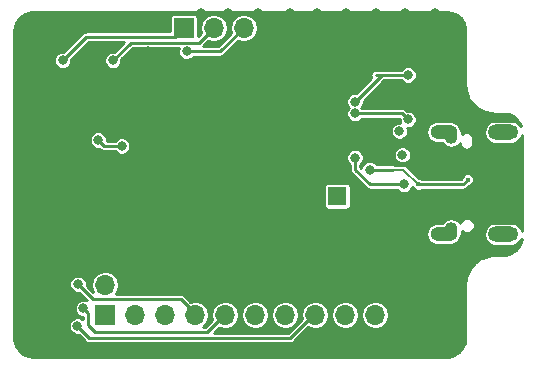
<source format=gbl>
G04 #@! TF.GenerationSoftware,KiCad,Pcbnew,(5.0.0)*
G04 #@! TF.CreationDate,2019-03-22T21:06:18+01:00*
G04 #@! TF.ProjectId,converterboard,636F6E766572746572626F6172642E6B,rev?*
G04 #@! TF.SameCoordinates,Original*
G04 #@! TF.FileFunction,Copper,L2,Bot,Signal*
G04 #@! TF.FilePolarity,Positive*
%FSLAX46Y46*%
G04 Gerber Fmt 4.6, Leading zero omitted, Abs format (unit mm)*
G04 Created by KiCad (PCBNEW (5.0.0)) date 03/22/19 21:06:18*
%MOMM*%
%LPD*%
G01*
G04 APERTURE LIST*
G04 #@! TA.AperFunction,WasherPad*
%ADD10O,2.300000X1.200000*%
G04 #@! TD*
G04 #@! TA.AperFunction,WasherPad*
%ADD11O,1.100000X1.350000*%
G04 #@! TD*
G04 #@! TA.AperFunction,WasherPad*
%ADD12O,2.600000X1.300000*%
G04 #@! TD*
G04 #@! TA.AperFunction,ComponentPad*
%ADD13R,1.700000X1.700000*%
G04 #@! TD*
G04 #@! TA.AperFunction,ComponentPad*
%ADD14O,1.700000X1.700000*%
G04 #@! TD*
G04 #@! TA.AperFunction,ComponentPad*
%ADD15R,1.600000X1.600000*%
G04 #@! TD*
G04 #@! TA.AperFunction,ComponentPad*
%ADD16C,1.600000*%
G04 #@! TD*
G04 #@! TA.AperFunction,ViaPad*
%ADD17C,0.800000*%
G04 #@! TD*
G04 #@! TA.AperFunction,ViaPad*
%ADD18C,0.400000*%
G04 #@! TD*
G04 #@! TA.AperFunction,Conductor*
%ADD19C,0.250000*%
G04 #@! TD*
G04 #@! TA.AperFunction,Conductor*
%ADD20C,0.200000*%
G04 #@! TD*
G04 #@! TA.AperFunction,Conductor*
%ADD21C,0.254000*%
G04 #@! TD*
G04 APERTURE END LIST*
D10*
G04 #@! TO.P,J4,*
G04 #@! TO.N,*
X190750000Y-109580000D03*
D11*
X191400000Y-109900000D03*
X191400000Y-117900000D03*
D10*
X190750000Y-118220000D03*
D12*
X195800000Y-118220000D03*
X195800000Y-109580000D03*
G04 #@! TD*
D13*
G04 #@! TO.P,J3,1*
G04 #@! TO.N,VCC*
X168750000Y-100750000D03*
D14*
G04 #@! TO.P,J3,2*
G04 #@! TO.N,/UART_TX*
X171290000Y-100750000D03*
G04 #@! TO.P,J3,3*
G04 #@! TO.N,/UART_RX*
X173830000Y-100750000D03*
G04 #@! TO.P,J3,4*
G04 #@! TO.N,GND*
X176370000Y-100750000D03*
G04 #@! TD*
G04 #@! TO.P,J2,20*
G04 #@! TO.N,GND*
X184960000Y-122510000D03*
G04 #@! TO.P,J2,19*
G04 #@! TO.N,Net-(J2-Pad19)*
X184960000Y-125050000D03*
G04 #@! TO.P,J2,18*
G04 #@! TO.N,GND*
X182420000Y-122510000D03*
G04 #@! TO.P,J2,17*
G04 #@! TO.N,Net-(J2-Pad17)*
X182420000Y-125050000D03*
G04 #@! TO.P,J2,16*
G04 #@! TO.N,GND*
X179880000Y-122510000D03*
G04 #@! TO.P,J2,15*
G04 #@! TO.N,/MCU_RESET*
X179880000Y-125050000D03*
G04 #@! TO.P,J2,14*
G04 #@! TO.N,GND*
X177340000Y-122510000D03*
G04 #@! TO.P,J2,13*
G04 #@! TO.N,Net-(J2-Pad13)*
X177340000Y-125050000D03*
G04 #@! TO.P,J2,12*
G04 #@! TO.N,GND*
X174800000Y-122510000D03*
G04 #@! TO.P,J2,11*
G04 #@! TO.N,Net-(J2-Pad11)*
X174800000Y-125050000D03*
G04 #@! TO.P,J2,10*
G04 #@! TO.N,GND*
X172260000Y-122510000D03*
G04 #@! TO.P,J2,9*
G04 #@! TO.N,/SWCLK*
X172260000Y-125050000D03*
G04 #@! TO.P,J2,8*
G04 #@! TO.N,GND*
X169720000Y-122510000D03*
G04 #@! TO.P,J2,7*
G04 #@! TO.N,/SWDIO*
X169720000Y-125050000D03*
G04 #@! TO.P,J2,6*
G04 #@! TO.N,GND*
X167180000Y-122510000D03*
G04 #@! TO.P,J2,5*
G04 #@! TO.N,Net-(J2-Pad5)*
X167180000Y-125050000D03*
G04 #@! TO.P,J2,4*
G04 #@! TO.N,GND*
X164640000Y-122510000D03*
G04 #@! TO.P,J2,3*
G04 #@! TO.N,Net-(J2-Pad3)*
X164640000Y-125050000D03*
G04 #@! TO.P,J2,2*
G04 #@! TO.N,Net-(J2-Pad2)*
X162100000Y-122510000D03*
D13*
G04 #@! TO.P,J2,1*
G04 #@! TO.N,VCC*
X162100000Y-125050000D03*
G04 #@! TD*
D15*
G04 #@! TO.P,C2,1*
G04 #@! TO.N,+3V3*
X181750000Y-115000000D03*
D16*
G04 #@! TO.P,C2,2*
G04 #@! TO.N,GND*
X181750000Y-117000000D03*
G04 #@! TD*
D17*
G04 #@! TO.N,*
X187000000Y-109500000D03*
X187250000Y-111500000D03*
G04 #@! TO.N,GND*
X167750000Y-108750000D03*
X158750000Y-111750000D03*
X158250000Y-117500000D03*
X177750000Y-117750000D03*
X186250000Y-118000000D03*
X183000000Y-101000000D03*
X160750000Y-109250000D03*
X158000000Y-113750000D03*
X169000000Y-117250000D03*
X167500000Y-118250000D03*
X172750000Y-108250000D03*
X164350542Y-108424777D03*
X191750000Y-127750000D03*
X189000000Y-128000000D03*
X186000000Y-128000000D03*
X183000000Y-128000000D03*
X180000000Y-128000000D03*
X177000000Y-128000000D03*
X174000000Y-128000000D03*
X171000000Y-128000000D03*
X168000000Y-128000000D03*
X165000000Y-128000000D03*
X162000000Y-128000000D03*
X159000000Y-128000000D03*
X156000000Y-128000000D03*
X155000000Y-126000000D03*
X155000000Y-123000000D03*
X154750000Y-120250000D03*
X154750000Y-117250000D03*
X154750000Y-114500000D03*
X154750000Y-112250000D03*
X154750000Y-110000000D03*
X154750000Y-107500000D03*
X154750000Y-105000000D03*
X154750000Y-102500000D03*
X155250000Y-100000000D03*
X159000000Y-99750000D03*
X161500000Y-99750000D03*
X164000000Y-99750000D03*
X166500000Y-99750000D03*
X191750000Y-100000000D03*
X190000000Y-99500000D03*
X187500000Y-99500000D03*
X185000000Y-99500000D03*
X182500000Y-99500000D03*
X180000000Y-99500000D03*
X177750000Y-99500000D03*
X175000000Y-99500000D03*
X172500000Y-99500000D03*
X170250000Y-99500000D03*
X192000000Y-125500000D03*
X192000000Y-123000000D03*
X192000000Y-120500000D03*
X192250000Y-103750000D03*
X188750000Y-120750000D03*
X188750000Y-123000000D03*
X188750000Y-125500000D03*
X186000000Y-120250000D03*
X182750000Y-120250000D03*
X179750000Y-120250000D03*
X176750000Y-120250000D03*
X174250000Y-120250000D03*
X170750000Y-120250000D03*
X167750000Y-120250000D03*
X164500000Y-120250000D03*
X161500000Y-120250000D03*
X159500000Y-119000000D03*
X162750000Y-118750000D03*
X163500000Y-116500000D03*
X165250000Y-115000000D03*
X163500000Y-113750000D03*
X165000000Y-112750000D03*
X172000000Y-117250000D03*
X174750000Y-117250000D03*
X174500000Y-114750000D03*
X171500000Y-114750000D03*
X169250000Y-114500000D03*
X172750000Y-104000000D03*
X176250000Y-104500000D03*
X176000000Y-108250000D03*
X175750000Y-112750000D03*
X172750000Y-112750000D03*
X174000000Y-110500000D03*
X174000000Y-106250000D03*
X176000000Y-110500000D03*
X179500000Y-102250000D03*
X182000000Y-102500000D03*
X183750000Y-104000000D03*
X182250000Y-106250000D03*
X180250000Y-106250000D03*
X180000000Y-104000000D03*
X181750000Y-104250000D03*
X181000000Y-101000000D03*
X178500000Y-101000000D03*
X169250000Y-103750000D03*
X167500000Y-105500000D03*
X165750000Y-104500000D03*
X165750000Y-102750000D03*
X180750000Y-109500000D03*
X180250000Y-111250000D03*
X183500000Y-109750000D03*
X190000000Y-104500000D03*
X161750000Y-102250000D03*
X157250000Y-108250000D03*
X157250000Y-112000000D03*
X157750000Y-124000000D03*
X157500000Y-126000000D03*
X159750000Y-115250000D03*
G04 #@! TO.N,VCC*
X158500000Y-103500000D03*
G04 #@! TO.N,/UART_RX*
X161500000Y-110250000D03*
X163500000Y-110750000D03*
X169000000Y-102750000D03*
G04 #@! TO.N,/UART_TX*
X162750000Y-103500000D03*
G04 #@! TO.N,/D+*
X184500000Y-112750000D03*
D18*
X192800000Y-113600000D03*
X188600000Y-114000000D03*
D17*
G04 #@! TO.N,/D-*
X183249984Y-111750000D03*
X187400000Y-114000000D03*
G04 #@! TO.N,Net-(D2-Pad1)*
X187750000Y-108500000D03*
X183250012Y-108000000D03*
G04 #@! TO.N,Net-(D1-Pad1)*
X183250000Y-107000000D03*
X187750000Y-104750016D03*
G04 #@! TO.N,/SWDIO*
X159795497Y-122454497D03*
G04 #@! TO.N,/SWCLK*
X160250000Y-124500004D03*
G04 #@! TO.N,/MCU_RESET*
X159750000Y-126000000D03*
G04 #@! TD*
D19*
G04 #@! TO.N,VCC*
X158899999Y-103100001D02*
X158500000Y-103500000D01*
X160500000Y-101500000D02*
X158899999Y-103100001D01*
X168750000Y-100750000D02*
X168000000Y-101500000D01*
X168000000Y-101500000D02*
X160500000Y-101500000D01*
G04 #@! TO.N,/UART_RX*
X162000000Y-110750000D02*
X162934315Y-110750000D01*
X161500000Y-110250000D02*
X162000000Y-110750000D01*
X162934315Y-110750000D02*
X163500000Y-110750000D01*
X171830000Y-102750000D02*
X169565685Y-102750000D01*
X169565685Y-102750000D02*
X169000000Y-102750000D01*
X173830000Y-100750000D02*
X171830000Y-102750000D01*
G04 #@! TO.N,/UART_TX*
X170440001Y-101599999D02*
X171290000Y-100750000D01*
X162750000Y-103500000D02*
X164250000Y-102000000D01*
X164250000Y-102000000D02*
X170040000Y-102000000D01*
X170040000Y-102000000D02*
X170440001Y-101599999D01*
G04 #@! TO.N,/D+*
X186500000Y-112750000D02*
X184500000Y-112750000D01*
X188882842Y-114000000D02*
X188600000Y-114000000D01*
X192400000Y-114000000D02*
X188882842Y-114000000D01*
X192800000Y-113600000D02*
X192400000Y-114000000D01*
D20*
X187350000Y-112750000D02*
X188600000Y-114000000D01*
X186500000Y-112750000D02*
X187350000Y-112750000D01*
D19*
G04 #@! TO.N,/D-*
X184500000Y-114000000D02*
X186834315Y-114000000D01*
X186834315Y-114000000D02*
X187400000Y-114000000D01*
X183249984Y-111750000D02*
X183249984Y-112749984D01*
X183249984Y-112749984D02*
X184500000Y-114000000D01*
G04 #@! TO.N,Net-(D2-Pad1)*
X187250000Y-108000000D02*
X183815697Y-108000000D01*
X183815697Y-108000000D02*
X183250012Y-108000000D01*
X187750000Y-108500000D02*
X187250000Y-108000000D01*
G04 #@! TO.N,Net-(D1-Pad1)*
X183250000Y-107000000D02*
X185499984Y-104750016D01*
X187184315Y-104750016D02*
X187750000Y-104750016D01*
X184999984Y-104750016D02*
X187184315Y-104750016D01*
G04 #@! TO.N,/SWDIO*
X169750000Y-125000000D02*
X168500000Y-123750000D01*
X161091000Y-123750000D02*
X160195496Y-122854496D01*
X168500000Y-123750000D02*
X161091000Y-123750000D01*
X160195496Y-122854496D02*
X159795497Y-122454497D01*
G04 #@! TO.N,/SWCLK*
X160649999Y-125885001D02*
X160649999Y-124900003D01*
X160649999Y-124900003D02*
X160250000Y-124500004D01*
X172250000Y-125000000D02*
X170750000Y-126500000D01*
X161264998Y-126500000D02*
X160649999Y-125885001D01*
X170750000Y-126500000D02*
X161264998Y-126500000D01*
G04 #@! TO.N,/MCU_RESET*
X160149999Y-126399999D02*
X159750000Y-126000000D01*
X160750000Y-127000000D02*
X160149999Y-126399999D01*
X177750000Y-127000000D02*
X160750000Y-127000000D01*
X179750000Y-125000000D02*
X177750000Y-127000000D01*
G04 #@! TD*
D21*
G04 #@! TO.N,GND*
G36*
X191447354Y-99470167D02*
X191858746Y-99657217D01*
X192201105Y-99952212D01*
X192446906Y-100331437D01*
X192580373Y-100777721D01*
X192588118Y-100881943D01*
X192573000Y-100957947D01*
X192573001Y-105642054D01*
X192597776Y-105766607D01*
X192610711Y-105785965D01*
X192621073Y-105925410D01*
X192629879Y-105965461D01*
X192635444Y-106006088D01*
X192636823Y-106010802D01*
X192799300Y-106554087D01*
X192822190Y-106603625D01*
X192844463Y-106653417D01*
X192847105Y-106657549D01*
X192847108Y-106657555D01*
X192847112Y-106657559D01*
X193155536Y-107133400D01*
X193191400Y-107174512D01*
X193226762Y-107216062D01*
X193230463Y-107219291D01*
X193660048Y-107589446D01*
X193706038Y-107618858D01*
X193751613Y-107648795D01*
X193756067Y-107650853D01*
X193756070Y-107650855D01*
X193756073Y-107650856D01*
X194272279Y-107885561D01*
X194324677Y-107900883D01*
X194376821Y-107916825D01*
X194381676Y-107917551D01*
X194381678Y-107917551D01*
X194795327Y-107976790D01*
X194833393Y-108002225D01*
X194957946Y-108027000D01*
X195842054Y-108027000D01*
X195885535Y-108018351D01*
X196247354Y-108070167D01*
X196658746Y-108257217D01*
X197001105Y-108552212D01*
X197246906Y-108931437D01*
X197291658Y-109081079D01*
X197154377Y-108875623D01*
X196831206Y-108659687D01*
X196546223Y-108603000D01*
X195053777Y-108603000D01*
X194768794Y-108659687D01*
X194445623Y-108875623D01*
X194229687Y-109198794D01*
X194153860Y-109580000D01*
X194229687Y-109961206D01*
X194445623Y-110284377D01*
X194768794Y-110500313D01*
X195053777Y-110557000D01*
X196546223Y-110557000D01*
X196831206Y-110500313D01*
X197154377Y-110284377D01*
X197370313Y-109961206D01*
X197398001Y-109822010D01*
X197398000Y-117977985D01*
X197370313Y-117838794D01*
X197154377Y-117515623D01*
X196831206Y-117299687D01*
X196546223Y-117243000D01*
X195053777Y-117243000D01*
X194768794Y-117299687D01*
X194445623Y-117515623D01*
X194229687Y-117838794D01*
X194153860Y-118220000D01*
X194229687Y-118601206D01*
X194445623Y-118924377D01*
X194768794Y-119140313D01*
X195053777Y-119197000D01*
X196546223Y-119197000D01*
X196831206Y-119140313D01*
X197154377Y-118924377D01*
X197363657Y-118611167D01*
X197329833Y-118847354D01*
X197142784Y-119258745D01*
X196847788Y-119601105D01*
X196468564Y-119846906D01*
X196022279Y-119980373D01*
X195918058Y-119988118D01*
X195842054Y-119973000D01*
X194957946Y-119973000D01*
X194833393Y-119997775D01*
X194814033Y-120010711D01*
X194674590Y-120021073D01*
X194634539Y-120029879D01*
X194593911Y-120035444D01*
X194589198Y-120036823D01*
X194045913Y-120199300D01*
X193996375Y-120222190D01*
X193946583Y-120244463D01*
X193942451Y-120247105D01*
X193942445Y-120247108D01*
X193942443Y-120247110D01*
X193466599Y-120555537D01*
X193425491Y-120591398D01*
X193383938Y-120626762D01*
X193380709Y-120630463D01*
X193010554Y-121060048D01*
X192981142Y-121106038D01*
X192951205Y-121151613D01*
X192949145Y-121156071D01*
X192714439Y-121672280D01*
X192699120Y-121724666D01*
X192683175Y-121776821D01*
X192682449Y-121781678D01*
X192623210Y-122195328D01*
X192597775Y-122233394D01*
X192573000Y-122357947D01*
X192573001Y-127042054D01*
X192581649Y-127085533D01*
X192529833Y-127447354D01*
X192342784Y-127858745D01*
X192047788Y-128201105D01*
X191668564Y-128446906D01*
X191222279Y-128580373D01*
X190985079Y-128598000D01*
X156028639Y-128598000D01*
X155552646Y-128529833D01*
X155141255Y-128342784D01*
X154798895Y-128047788D01*
X154553094Y-127668564D01*
X154419627Y-127222279D01*
X154402000Y-126985079D01*
X154402000Y-125855391D01*
X159023000Y-125855391D01*
X159023000Y-126144609D01*
X159133679Y-126411813D01*
X159338187Y-126616321D01*
X159605391Y-126727000D01*
X159837775Y-126727000D01*
X159861865Y-126751090D01*
X159861868Y-126751092D01*
X160398907Y-127288131D01*
X160424126Y-127325874D01*
X160573638Y-127425775D01*
X160650000Y-127440964D01*
X160750000Y-127460855D01*
X160794518Y-127452000D01*
X177705482Y-127452000D01*
X177750000Y-127460855D01*
X177794518Y-127452000D01*
X177926362Y-127425775D01*
X178075874Y-127325874D01*
X178101093Y-127288131D01*
X179306716Y-126082509D01*
X179420758Y-126158709D01*
X179764080Y-126227000D01*
X179995920Y-126227000D01*
X180339242Y-126158709D01*
X180728569Y-125898569D01*
X180988709Y-125509242D01*
X181080058Y-125050000D01*
X181219942Y-125050000D01*
X181311291Y-125509242D01*
X181571431Y-125898569D01*
X181960758Y-126158709D01*
X182304080Y-126227000D01*
X182535920Y-126227000D01*
X182879242Y-126158709D01*
X183268569Y-125898569D01*
X183528709Y-125509242D01*
X183620058Y-125050000D01*
X183759942Y-125050000D01*
X183851291Y-125509242D01*
X184111431Y-125898569D01*
X184500758Y-126158709D01*
X184844080Y-126227000D01*
X185075920Y-126227000D01*
X185419242Y-126158709D01*
X185808569Y-125898569D01*
X186068709Y-125509242D01*
X186160058Y-125050000D01*
X186068709Y-124590758D01*
X185808569Y-124201431D01*
X185419242Y-123941291D01*
X185075920Y-123873000D01*
X184844080Y-123873000D01*
X184500758Y-123941291D01*
X184111431Y-124201431D01*
X183851291Y-124590758D01*
X183759942Y-125050000D01*
X183620058Y-125050000D01*
X183528709Y-124590758D01*
X183268569Y-124201431D01*
X182879242Y-123941291D01*
X182535920Y-123873000D01*
X182304080Y-123873000D01*
X181960758Y-123941291D01*
X181571431Y-124201431D01*
X181311291Y-124590758D01*
X181219942Y-125050000D01*
X181080058Y-125050000D01*
X180988709Y-124590758D01*
X180728569Y-124201431D01*
X180339242Y-123941291D01*
X179995920Y-123873000D01*
X179764080Y-123873000D01*
X179420758Y-123941291D01*
X179031431Y-124201431D01*
X178771291Y-124590758D01*
X178679942Y-125050000D01*
X178743126Y-125367649D01*
X177562776Y-126548000D01*
X171341224Y-126548000D01*
X171758651Y-126130574D01*
X171800758Y-126158709D01*
X172144080Y-126227000D01*
X172375920Y-126227000D01*
X172719242Y-126158709D01*
X173108569Y-125898569D01*
X173368709Y-125509242D01*
X173460058Y-125050000D01*
X173599942Y-125050000D01*
X173691291Y-125509242D01*
X173951431Y-125898569D01*
X174340758Y-126158709D01*
X174684080Y-126227000D01*
X174915920Y-126227000D01*
X175259242Y-126158709D01*
X175648569Y-125898569D01*
X175908709Y-125509242D01*
X176000058Y-125050000D01*
X176139942Y-125050000D01*
X176231291Y-125509242D01*
X176491431Y-125898569D01*
X176880758Y-126158709D01*
X177224080Y-126227000D01*
X177455920Y-126227000D01*
X177799242Y-126158709D01*
X178188569Y-125898569D01*
X178448709Y-125509242D01*
X178540058Y-125050000D01*
X178448709Y-124590758D01*
X178188569Y-124201431D01*
X177799242Y-123941291D01*
X177455920Y-123873000D01*
X177224080Y-123873000D01*
X176880758Y-123941291D01*
X176491431Y-124201431D01*
X176231291Y-124590758D01*
X176139942Y-125050000D01*
X176000058Y-125050000D01*
X175908709Y-124590758D01*
X175648569Y-124201431D01*
X175259242Y-123941291D01*
X174915920Y-123873000D01*
X174684080Y-123873000D01*
X174340758Y-123941291D01*
X173951431Y-124201431D01*
X173691291Y-124590758D01*
X173599942Y-125050000D01*
X173460058Y-125050000D01*
X173368709Y-124590758D01*
X173108569Y-124201431D01*
X172719242Y-123941291D01*
X172375920Y-123873000D01*
X172144080Y-123873000D01*
X171800758Y-123941291D01*
X171411431Y-124201431D01*
X171151291Y-124590758D01*
X171059942Y-125050000D01*
X171143036Y-125467740D01*
X170562776Y-126048000D01*
X170344930Y-126048000D01*
X170568569Y-125898569D01*
X170828709Y-125509242D01*
X170920058Y-125050000D01*
X170828709Y-124590758D01*
X170568569Y-124201431D01*
X170179242Y-123941291D01*
X169835920Y-123873000D01*
X169604080Y-123873000D01*
X169318942Y-123929718D01*
X168851093Y-123461869D01*
X168825874Y-123424126D01*
X168676362Y-123324225D01*
X168544518Y-123298000D01*
X168500000Y-123289145D01*
X168455482Y-123298000D01*
X162989040Y-123298000D01*
X163208709Y-122969242D01*
X163300058Y-122510000D01*
X163208709Y-122050758D01*
X162948569Y-121661431D01*
X162559242Y-121401291D01*
X162215920Y-121333000D01*
X161984080Y-121333000D01*
X161640758Y-121401291D01*
X161251431Y-121661431D01*
X160991291Y-122050758D01*
X160899942Y-122510000D01*
X160991291Y-122969242D01*
X161075512Y-123095287D01*
X160546589Y-122566365D01*
X160546587Y-122566362D01*
X160522497Y-122542272D01*
X160522497Y-122309888D01*
X160411818Y-122042684D01*
X160207310Y-121838176D01*
X159940106Y-121727497D01*
X159650888Y-121727497D01*
X159383684Y-121838176D01*
X159179176Y-122042684D01*
X159068497Y-122309888D01*
X159068497Y-122599106D01*
X159179176Y-122866310D01*
X159383684Y-123070818D01*
X159650888Y-123181497D01*
X159883272Y-123181497D01*
X159907362Y-123205587D01*
X159907365Y-123205589D01*
X160531468Y-123829692D01*
X160394609Y-123773004D01*
X160105391Y-123773004D01*
X159838187Y-123883683D01*
X159633679Y-124088191D01*
X159523000Y-124355395D01*
X159523000Y-124644613D01*
X159633679Y-124911817D01*
X159838187Y-125116325D01*
X160105391Y-125227004D01*
X160198000Y-125227004D01*
X160197999Y-125419865D01*
X160161813Y-125383679D01*
X159894609Y-125273000D01*
X159605391Y-125273000D01*
X159338187Y-125383679D01*
X159133679Y-125588187D01*
X159023000Y-125855391D01*
X154402000Y-125855391D01*
X154402000Y-118220000D01*
X189254839Y-118220000D01*
X189326785Y-118581697D01*
X189531670Y-118888330D01*
X189838303Y-119093215D01*
X190108698Y-119147000D01*
X191391302Y-119147000D01*
X191661697Y-119093215D01*
X191968330Y-118888330D01*
X192173215Y-118581697D01*
X192211546Y-118388993D01*
X192226116Y-118367188D01*
X192277000Y-118111374D01*
X192277000Y-117913712D01*
X192394833Y-118031545D01*
X192625282Y-118127000D01*
X192874718Y-118127000D01*
X193105167Y-118031545D01*
X193281545Y-117855167D01*
X193377000Y-117624718D01*
X193377000Y-117375282D01*
X193281545Y-117144833D01*
X193105167Y-116968455D01*
X192874718Y-116873000D01*
X192625282Y-116873000D01*
X192394833Y-116968455D01*
X192218455Y-117144833D01*
X192147750Y-117315530D01*
X192032281Y-117142719D01*
X191742187Y-116948884D01*
X191400000Y-116880819D01*
X191057812Y-116948884D01*
X190767719Y-117142719D01*
X190667304Y-117293000D01*
X190108698Y-117293000D01*
X189838303Y-117346785D01*
X189531670Y-117551670D01*
X189326785Y-117858303D01*
X189254839Y-118220000D01*
X154402000Y-118220000D01*
X154402000Y-114200000D01*
X180616594Y-114200000D01*
X180616594Y-115800000D01*
X180641973Y-115927589D01*
X180714246Y-116035754D01*
X180822411Y-116108027D01*
X180950000Y-116133406D01*
X182550000Y-116133406D01*
X182677589Y-116108027D01*
X182785754Y-116035754D01*
X182858027Y-115927589D01*
X182883406Y-115800000D01*
X182883406Y-114200000D01*
X182858027Y-114072411D01*
X182785754Y-113964246D01*
X182677589Y-113891973D01*
X182550000Y-113866594D01*
X180950000Y-113866594D01*
X180822411Y-113891973D01*
X180714246Y-113964246D01*
X180641973Y-114072411D01*
X180616594Y-114200000D01*
X154402000Y-114200000D01*
X154402000Y-111605391D01*
X182522984Y-111605391D01*
X182522984Y-111894609D01*
X182633663Y-112161813D01*
X182797985Y-112326135D01*
X182797985Y-112705462D01*
X182789129Y-112749984D01*
X182824209Y-112926345D01*
X182888256Y-113022197D01*
X182924111Y-113075858D01*
X182961851Y-113101075D01*
X184148907Y-114288131D01*
X184174126Y-114325874D01*
X184323638Y-114425775D01*
X184500000Y-114460855D01*
X184544518Y-114452000D01*
X186823866Y-114452000D01*
X186988187Y-114616321D01*
X187255391Y-114727000D01*
X187544609Y-114727000D01*
X187811813Y-114616321D01*
X188016321Y-114411813D01*
X188108239Y-114189902D01*
X188153231Y-114298522D01*
X188301478Y-114446769D01*
X188495173Y-114527000D01*
X188704827Y-114527000D01*
X188885893Y-114452000D01*
X192355482Y-114452000D01*
X192400000Y-114460855D01*
X192444518Y-114452000D01*
X192576362Y-114425775D01*
X192725874Y-114325874D01*
X192751093Y-114288131D01*
X192917454Y-114121770D01*
X193098522Y-114046769D01*
X193246769Y-113898522D01*
X193327000Y-113704827D01*
X193327000Y-113495173D01*
X193246769Y-113301478D01*
X193098522Y-113153231D01*
X192904827Y-113073000D01*
X192695173Y-113073000D01*
X192501478Y-113153231D01*
X192353231Y-113301478D01*
X192278230Y-113482546D01*
X192212776Y-113548000D01*
X188885893Y-113548000D01*
X188704827Y-113473000D01*
X188676869Y-113473000D01*
X187681675Y-112477807D01*
X187657850Y-112442150D01*
X187516607Y-112347775D01*
X187392054Y-112323000D01*
X187392053Y-112323000D01*
X187350000Y-112314635D01*
X187307947Y-112323000D01*
X186670203Y-112323000D01*
X186544518Y-112298000D01*
X185076134Y-112298000D01*
X184911813Y-112133679D01*
X184644609Y-112023000D01*
X184355391Y-112023000D01*
X184088187Y-112133679D01*
X183883679Y-112338187D01*
X183773000Y-112605391D01*
X183773000Y-112633776D01*
X183701984Y-112562760D01*
X183701984Y-112326134D01*
X183866305Y-112161813D01*
X183976984Y-111894609D01*
X183976984Y-111605391D01*
X183873432Y-111355391D01*
X186523000Y-111355391D01*
X186523000Y-111644609D01*
X186633679Y-111911813D01*
X186838187Y-112116321D01*
X187105391Y-112227000D01*
X187394609Y-112227000D01*
X187661813Y-112116321D01*
X187866321Y-111911813D01*
X187977000Y-111644609D01*
X187977000Y-111355391D01*
X187866321Y-111088187D01*
X187661813Y-110883679D01*
X187394609Y-110773000D01*
X187105391Y-110773000D01*
X186838187Y-110883679D01*
X186633679Y-111088187D01*
X186523000Y-111355391D01*
X183873432Y-111355391D01*
X183866305Y-111338187D01*
X183661797Y-111133679D01*
X183394593Y-111023000D01*
X183105375Y-111023000D01*
X182838171Y-111133679D01*
X182633663Y-111338187D01*
X182522984Y-111605391D01*
X154402000Y-111605391D01*
X154402000Y-110105391D01*
X160773000Y-110105391D01*
X160773000Y-110394609D01*
X160883679Y-110661813D01*
X161088187Y-110866321D01*
X161355391Y-110977000D01*
X161587775Y-110977000D01*
X161648908Y-111038133D01*
X161674126Y-111075874D01*
X161711866Y-111101091D01*
X161823638Y-111175775D01*
X162000000Y-111210855D01*
X162044518Y-111202000D01*
X162923866Y-111202000D01*
X163088187Y-111366321D01*
X163355391Y-111477000D01*
X163644609Y-111477000D01*
X163911813Y-111366321D01*
X164116321Y-111161813D01*
X164227000Y-110894609D01*
X164227000Y-110605391D01*
X164116321Y-110338187D01*
X163911813Y-110133679D01*
X163644609Y-110023000D01*
X163355391Y-110023000D01*
X163088187Y-110133679D01*
X162923866Y-110298000D01*
X162227000Y-110298000D01*
X162227000Y-110105391D01*
X162116321Y-109838187D01*
X161911813Y-109633679D01*
X161644609Y-109523000D01*
X161355391Y-109523000D01*
X161088187Y-109633679D01*
X160883679Y-109838187D01*
X160773000Y-110105391D01*
X154402000Y-110105391D01*
X154402000Y-106855391D01*
X182523000Y-106855391D01*
X182523000Y-107144609D01*
X182633679Y-107411813D01*
X182721872Y-107500006D01*
X182633691Y-107588187D01*
X182523012Y-107855391D01*
X182523012Y-108144609D01*
X182633691Y-108411813D01*
X182838199Y-108616321D01*
X183105403Y-108727000D01*
X183394621Y-108727000D01*
X183661825Y-108616321D01*
X183826146Y-108452000D01*
X187023000Y-108452000D01*
X187023000Y-108644609D01*
X187076181Y-108773000D01*
X186855391Y-108773000D01*
X186588187Y-108883679D01*
X186383679Y-109088187D01*
X186273000Y-109355391D01*
X186273000Y-109644609D01*
X186383679Y-109911813D01*
X186588187Y-110116321D01*
X186855391Y-110227000D01*
X187144609Y-110227000D01*
X187411813Y-110116321D01*
X187616321Y-109911813D01*
X187727000Y-109644609D01*
X187727000Y-109580000D01*
X189254839Y-109580000D01*
X189326785Y-109941697D01*
X189531670Y-110248330D01*
X189838303Y-110453215D01*
X190108698Y-110507000D01*
X190667304Y-110507000D01*
X190767719Y-110657281D01*
X191057813Y-110851116D01*
X191400000Y-110919181D01*
X191742188Y-110851116D01*
X192032281Y-110657281D01*
X192109859Y-110541177D01*
X192141478Y-110700134D01*
X192269007Y-110890994D01*
X192459867Y-111018522D01*
X192685000Y-111063304D01*
X192910134Y-111018522D01*
X193100994Y-110890994D01*
X193228522Y-110700134D01*
X193262000Y-110531828D01*
X193262000Y-110068171D01*
X193228522Y-109899866D01*
X193100994Y-109709006D01*
X192910133Y-109581478D01*
X192685000Y-109536696D01*
X192459866Y-109581478D01*
X192277000Y-109703665D01*
X192277000Y-109688625D01*
X192226116Y-109432812D01*
X192211546Y-109411007D01*
X192173215Y-109218303D01*
X191968330Y-108911670D01*
X191661697Y-108706785D01*
X191391302Y-108653000D01*
X190108698Y-108653000D01*
X189838303Y-108706785D01*
X189531670Y-108911670D01*
X189326785Y-109218303D01*
X189254839Y-109580000D01*
X187727000Y-109580000D01*
X187727000Y-109355391D01*
X187673819Y-109227000D01*
X187894609Y-109227000D01*
X188161813Y-109116321D01*
X188366321Y-108911813D01*
X188477000Y-108644609D01*
X188477000Y-108355391D01*
X188366321Y-108088187D01*
X188161813Y-107883679D01*
X187894609Y-107773000D01*
X187662224Y-107773000D01*
X187601093Y-107711869D01*
X187575874Y-107674126D01*
X187426362Y-107574225D01*
X187294518Y-107548000D01*
X187250000Y-107539145D01*
X187205482Y-107548000D01*
X183826146Y-107548000D01*
X183778140Y-107499994D01*
X183866321Y-107411813D01*
X183977000Y-107144609D01*
X183977000Y-106912224D01*
X185687209Y-105202016D01*
X187173866Y-105202016D01*
X187338187Y-105366337D01*
X187605391Y-105477016D01*
X187894609Y-105477016D01*
X188161813Y-105366337D01*
X188366321Y-105161829D01*
X188477000Y-104894625D01*
X188477000Y-104605407D01*
X188366321Y-104338203D01*
X188161813Y-104133695D01*
X187894609Y-104023016D01*
X187605391Y-104023016D01*
X187338187Y-104133695D01*
X187173866Y-104298016D01*
X185544502Y-104298016D01*
X185499984Y-104289161D01*
X185455466Y-104298016D01*
X184955466Y-104298016D01*
X184823622Y-104324241D01*
X184674110Y-104424142D01*
X184574209Y-104573654D01*
X184539129Y-104750016D01*
X184574209Y-104926378D01*
X184618344Y-104992431D01*
X183337776Y-106273000D01*
X183105391Y-106273000D01*
X182838187Y-106383679D01*
X182633679Y-106588187D01*
X182523000Y-106855391D01*
X154402000Y-106855391D01*
X154402000Y-103355391D01*
X157773000Y-103355391D01*
X157773000Y-103644609D01*
X157883679Y-103911813D01*
X158088187Y-104116321D01*
X158355391Y-104227000D01*
X158644609Y-104227000D01*
X158911813Y-104116321D01*
X159116321Y-103911813D01*
X159227000Y-103644609D01*
X159227000Y-103412225D01*
X159251090Y-103388135D01*
X159251092Y-103388132D01*
X160687225Y-101952000D01*
X163658775Y-101952000D01*
X162837776Y-102773000D01*
X162605391Y-102773000D01*
X162338187Y-102883679D01*
X162133679Y-103088187D01*
X162023000Y-103355391D01*
X162023000Y-103644609D01*
X162133679Y-103911813D01*
X162338187Y-104116321D01*
X162605391Y-104227000D01*
X162894609Y-104227000D01*
X163161813Y-104116321D01*
X163366321Y-103911813D01*
X163477000Y-103644609D01*
X163477000Y-103412224D01*
X164437225Y-102452000D01*
X168336536Y-102452000D01*
X168273000Y-102605391D01*
X168273000Y-102894609D01*
X168383679Y-103161813D01*
X168588187Y-103366321D01*
X168855391Y-103477000D01*
X169144609Y-103477000D01*
X169411813Y-103366321D01*
X169576134Y-103202000D01*
X171785482Y-103202000D01*
X171830000Y-103210855D01*
X171874518Y-103202000D01*
X172006362Y-103175775D01*
X172155874Y-103075874D01*
X172181093Y-103038131D01*
X173364618Y-101854606D01*
X173370758Y-101858709D01*
X173714080Y-101927000D01*
X173945920Y-101927000D01*
X174289242Y-101858709D01*
X174678569Y-101598569D01*
X174938709Y-101209242D01*
X175030058Y-100750000D01*
X174938709Y-100290758D01*
X174678569Y-99901431D01*
X174289242Y-99641291D01*
X173945920Y-99573000D01*
X173714080Y-99573000D01*
X173370758Y-99641291D01*
X172981431Y-99901431D01*
X172721291Y-100290758D01*
X172629942Y-100750000D01*
X172721291Y-101209242D01*
X172725394Y-101215382D01*
X171642776Y-102298000D01*
X170384499Y-102298000D01*
X170391093Y-102288131D01*
X170791092Y-101888133D01*
X170791094Y-101888130D01*
X170824618Y-101854606D01*
X170830758Y-101858709D01*
X171174080Y-101927000D01*
X171405920Y-101927000D01*
X171749242Y-101858709D01*
X172138569Y-101598569D01*
X172398709Y-101209242D01*
X172490058Y-100750000D01*
X172398709Y-100290758D01*
X172138569Y-99901431D01*
X171749242Y-99641291D01*
X171405920Y-99573000D01*
X171174080Y-99573000D01*
X170830758Y-99641291D01*
X170441431Y-99901431D01*
X170181291Y-100290758D01*
X170089942Y-100750000D01*
X170181291Y-101209242D01*
X170185394Y-101215382D01*
X170151870Y-101248906D01*
X170151867Y-101248908D01*
X169933406Y-101467369D01*
X169933406Y-99900000D01*
X169908027Y-99772411D01*
X169835754Y-99664246D01*
X169727589Y-99591973D01*
X169600000Y-99566594D01*
X167900000Y-99566594D01*
X167772411Y-99591973D01*
X167664246Y-99664246D01*
X167591973Y-99772411D01*
X167566594Y-99900000D01*
X167566594Y-101048000D01*
X160544517Y-101048000D01*
X160499999Y-101039145D01*
X160385872Y-101061846D01*
X160323638Y-101074225D01*
X160174126Y-101174126D01*
X160148909Y-101211867D01*
X158611868Y-102748908D01*
X158611865Y-102748910D01*
X158587775Y-102773000D01*
X158355391Y-102773000D01*
X158088187Y-102883679D01*
X157883679Y-103088187D01*
X157773000Y-103355391D01*
X154402000Y-103355391D01*
X154402000Y-101028639D01*
X154470167Y-100552646D01*
X154657217Y-100141254D01*
X154952212Y-99798895D01*
X155331437Y-99553094D01*
X155777721Y-99419627D01*
X156014921Y-99402000D01*
X190971361Y-99402000D01*
X191447354Y-99470167D01*
X191447354Y-99470167D01*
G37*
X191447354Y-99470167D02*
X191858746Y-99657217D01*
X192201105Y-99952212D01*
X192446906Y-100331437D01*
X192580373Y-100777721D01*
X192588118Y-100881943D01*
X192573000Y-100957947D01*
X192573001Y-105642054D01*
X192597776Y-105766607D01*
X192610711Y-105785965D01*
X192621073Y-105925410D01*
X192629879Y-105965461D01*
X192635444Y-106006088D01*
X192636823Y-106010802D01*
X192799300Y-106554087D01*
X192822190Y-106603625D01*
X192844463Y-106653417D01*
X192847105Y-106657549D01*
X192847108Y-106657555D01*
X192847112Y-106657559D01*
X193155536Y-107133400D01*
X193191400Y-107174512D01*
X193226762Y-107216062D01*
X193230463Y-107219291D01*
X193660048Y-107589446D01*
X193706038Y-107618858D01*
X193751613Y-107648795D01*
X193756067Y-107650853D01*
X193756070Y-107650855D01*
X193756073Y-107650856D01*
X194272279Y-107885561D01*
X194324677Y-107900883D01*
X194376821Y-107916825D01*
X194381676Y-107917551D01*
X194381678Y-107917551D01*
X194795327Y-107976790D01*
X194833393Y-108002225D01*
X194957946Y-108027000D01*
X195842054Y-108027000D01*
X195885535Y-108018351D01*
X196247354Y-108070167D01*
X196658746Y-108257217D01*
X197001105Y-108552212D01*
X197246906Y-108931437D01*
X197291658Y-109081079D01*
X197154377Y-108875623D01*
X196831206Y-108659687D01*
X196546223Y-108603000D01*
X195053777Y-108603000D01*
X194768794Y-108659687D01*
X194445623Y-108875623D01*
X194229687Y-109198794D01*
X194153860Y-109580000D01*
X194229687Y-109961206D01*
X194445623Y-110284377D01*
X194768794Y-110500313D01*
X195053777Y-110557000D01*
X196546223Y-110557000D01*
X196831206Y-110500313D01*
X197154377Y-110284377D01*
X197370313Y-109961206D01*
X197398001Y-109822010D01*
X197398000Y-117977985D01*
X197370313Y-117838794D01*
X197154377Y-117515623D01*
X196831206Y-117299687D01*
X196546223Y-117243000D01*
X195053777Y-117243000D01*
X194768794Y-117299687D01*
X194445623Y-117515623D01*
X194229687Y-117838794D01*
X194153860Y-118220000D01*
X194229687Y-118601206D01*
X194445623Y-118924377D01*
X194768794Y-119140313D01*
X195053777Y-119197000D01*
X196546223Y-119197000D01*
X196831206Y-119140313D01*
X197154377Y-118924377D01*
X197363657Y-118611167D01*
X197329833Y-118847354D01*
X197142784Y-119258745D01*
X196847788Y-119601105D01*
X196468564Y-119846906D01*
X196022279Y-119980373D01*
X195918058Y-119988118D01*
X195842054Y-119973000D01*
X194957946Y-119973000D01*
X194833393Y-119997775D01*
X194814033Y-120010711D01*
X194674590Y-120021073D01*
X194634539Y-120029879D01*
X194593911Y-120035444D01*
X194589198Y-120036823D01*
X194045913Y-120199300D01*
X193996375Y-120222190D01*
X193946583Y-120244463D01*
X193942451Y-120247105D01*
X193942445Y-120247108D01*
X193942443Y-120247110D01*
X193466599Y-120555537D01*
X193425491Y-120591398D01*
X193383938Y-120626762D01*
X193380709Y-120630463D01*
X193010554Y-121060048D01*
X192981142Y-121106038D01*
X192951205Y-121151613D01*
X192949145Y-121156071D01*
X192714439Y-121672280D01*
X192699120Y-121724666D01*
X192683175Y-121776821D01*
X192682449Y-121781678D01*
X192623210Y-122195328D01*
X192597775Y-122233394D01*
X192573000Y-122357947D01*
X192573001Y-127042054D01*
X192581649Y-127085533D01*
X192529833Y-127447354D01*
X192342784Y-127858745D01*
X192047788Y-128201105D01*
X191668564Y-128446906D01*
X191222279Y-128580373D01*
X190985079Y-128598000D01*
X156028639Y-128598000D01*
X155552646Y-128529833D01*
X155141255Y-128342784D01*
X154798895Y-128047788D01*
X154553094Y-127668564D01*
X154419627Y-127222279D01*
X154402000Y-126985079D01*
X154402000Y-125855391D01*
X159023000Y-125855391D01*
X159023000Y-126144609D01*
X159133679Y-126411813D01*
X159338187Y-126616321D01*
X159605391Y-126727000D01*
X159837775Y-126727000D01*
X159861865Y-126751090D01*
X159861868Y-126751092D01*
X160398907Y-127288131D01*
X160424126Y-127325874D01*
X160573638Y-127425775D01*
X160650000Y-127440964D01*
X160750000Y-127460855D01*
X160794518Y-127452000D01*
X177705482Y-127452000D01*
X177750000Y-127460855D01*
X177794518Y-127452000D01*
X177926362Y-127425775D01*
X178075874Y-127325874D01*
X178101093Y-127288131D01*
X179306716Y-126082509D01*
X179420758Y-126158709D01*
X179764080Y-126227000D01*
X179995920Y-126227000D01*
X180339242Y-126158709D01*
X180728569Y-125898569D01*
X180988709Y-125509242D01*
X181080058Y-125050000D01*
X181219942Y-125050000D01*
X181311291Y-125509242D01*
X181571431Y-125898569D01*
X181960758Y-126158709D01*
X182304080Y-126227000D01*
X182535920Y-126227000D01*
X182879242Y-126158709D01*
X183268569Y-125898569D01*
X183528709Y-125509242D01*
X183620058Y-125050000D01*
X183759942Y-125050000D01*
X183851291Y-125509242D01*
X184111431Y-125898569D01*
X184500758Y-126158709D01*
X184844080Y-126227000D01*
X185075920Y-126227000D01*
X185419242Y-126158709D01*
X185808569Y-125898569D01*
X186068709Y-125509242D01*
X186160058Y-125050000D01*
X186068709Y-124590758D01*
X185808569Y-124201431D01*
X185419242Y-123941291D01*
X185075920Y-123873000D01*
X184844080Y-123873000D01*
X184500758Y-123941291D01*
X184111431Y-124201431D01*
X183851291Y-124590758D01*
X183759942Y-125050000D01*
X183620058Y-125050000D01*
X183528709Y-124590758D01*
X183268569Y-124201431D01*
X182879242Y-123941291D01*
X182535920Y-123873000D01*
X182304080Y-123873000D01*
X181960758Y-123941291D01*
X181571431Y-124201431D01*
X181311291Y-124590758D01*
X181219942Y-125050000D01*
X181080058Y-125050000D01*
X180988709Y-124590758D01*
X180728569Y-124201431D01*
X180339242Y-123941291D01*
X179995920Y-123873000D01*
X179764080Y-123873000D01*
X179420758Y-123941291D01*
X179031431Y-124201431D01*
X178771291Y-124590758D01*
X178679942Y-125050000D01*
X178743126Y-125367649D01*
X177562776Y-126548000D01*
X171341224Y-126548000D01*
X171758651Y-126130574D01*
X171800758Y-126158709D01*
X172144080Y-126227000D01*
X172375920Y-126227000D01*
X172719242Y-126158709D01*
X173108569Y-125898569D01*
X173368709Y-125509242D01*
X173460058Y-125050000D01*
X173599942Y-125050000D01*
X173691291Y-125509242D01*
X173951431Y-125898569D01*
X174340758Y-126158709D01*
X174684080Y-126227000D01*
X174915920Y-126227000D01*
X175259242Y-126158709D01*
X175648569Y-125898569D01*
X175908709Y-125509242D01*
X176000058Y-125050000D01*
X176139942Y-125050000D01*
X176231291Y-125509242D01*
X176491431Y-125898569D01*
X176880758Y-126158709D01*
X177224080Y-126227000D01*
X177455920Y-126227000D01*
X177799242Y-126158709D01*
X178188569Y-125898569D01*
X178448709Y-125509242D01*
X178540058Y-125050000D01*
X178448709Y-124590758D01*
X178188569Y-124201431D01*
X177799242Y-123941291D01*
X177455920Y-123873000D01*
X177224080Y-123873000D01*
X176880758Y-123941291D01*
X176491431Y-124201431D01*
X176231291Y-124590758D01*
X176139942Y-125050000D01*
X176000058Y-125050000D01*
X175908709Y-124590758D01*
X175648569Y-124201431D01*
X175259242Y-123941291D01*
X174915920Y-123873000D01*
X174684080Y-123873000D01*
X174340758Y-123941291D01*
X173951431Y-124201431D01*
X173691291Y-124590758D01*
X173599942Y-125050000D01*
X173460058Y-125050000D01*
X173368709Y-124590758D01*
X173108569Y-124201431D01*
X172719242Y-123941291D01*
X172375920Y-123873000D01*
X172144080Y-123873000D01*
X171800758Y-123941291D01*
X171411431Y-124201431D01*
X171151291Y-124590758D01*
X171059942Y-125050000D01*
X171143036Y-125467740D01*
X170562776Y-126048000D01*
X170344930Y-126048000D01*
X170568569Y-125898569D01*
X170828709Y-125509242D01*
X170920058Y-125050000D01*
X170828709Y-124590758D01*
X170568569Y-124201431D01*
X170179242Y-123941291D01*
X169835920Y-123873000D01*
X169604080Y-123873000D01*
X169318942Y-123929718D01*
X168851093Y-123461869D01*
X168825874Y-123424126D01*
X168676362Y-123324225D01*
X168544518Y-123298000D01*
X168500000Y-123289145D01*
X168455482Y-123298000D01*
X162989040Y-123298000D01*
X163208709Y-122969242D01*
X163300058Y-122510000D01*
X163208709Y-122050758D01*
X162948569Y-121661431D01*
X162559242Y-121401291D01*
X162215920Y-121333000D01*
X161984080Y-121333000D01*
X161640758Y-121401291D01*
X161251431Y-121661431D01*
X160991291Y-122050758D01*
X160899942Y-122510000D01*
X160991291Y-122969242D01*
X161075512Y-123095287D01*
X160546589Y-122566365D01*
X160546587Y-122566362D01*
X160522497Y-122542272D01*
X160522497Y-122309888D01*
X160411818Y-122042684D01*
X160207310Y-121838176D01*
X159940106Y-121727497D01*
X159650888Y-121727497D01*
X159383684Y-121838176D01*
X159179176Y-122042684D01*
X159068497Y-122309888D01*
X159068497Y-122599106D01*
X159179176Y-122866310D01*
X159383684Y-123070818D01*
X159650888Y-123181497D01*
X159883272Y-123181497D01*
X159907362Y-123205587D01*
X159907365Y-123205589D01*
X160531468Y-123829692D01*
X160394609Y-123773004D01*
X160105391Y-123773004D01*
X159838187Y-123883683D01*
X159633679Y-124088191D01*
X159523000Y-124355395D01*
X159523000Y-124644613D01*
X159633679Y-124911817D01*
X159838187Y-125116325D01*
X160105391Y-125227004D01*
X160198000Y-125227004D01*
X160197999Y-125419865D01*
X160161813Y-125383679D01*
X159894609Y-125273000D01*
X159605391Y-125273000D01*
X159338187Y-125383679D01*
X159133679Y-125588187D01*
X159023000Y-125855391D01*
X154402000Y-125855391D01*
X154402000Y-118220000D01*
X189254839Y-118220000D01*
X189326785Y-118581697D01*
X189531670Y-118888330D01*
X189838303Y-119093215D01*
X190108698Y-119147000D01*
X191391302Y-119147000D01*
X191661697Y-119093215D01*
X191968330Y-118888330D01*
X192173215Y-118581697D01*
X192211546Y-118388993D01*
X192226116Y-118367188D01*
X192277000Y-118111374D01*
X192277000Y-117913712D01*
X192394833Y-118031545D01*
X192625282Y-118127000D01*
X192874718Y-118127000D01*
X193105167Y-118031545D01*
X193281545Y-117855167D01*
X193377000Y-117624718D01*
X193377000Y-117375282D01*
X193281545Y-117144833D01*
X193105167Y-116968455D01*
X192874718Y-116873000D01*
X192625282Y-116873000D01*
X192394833Y-116968455D01*
X192218455Y-117144833D01*
X192147750Y-117315530D01*
X192032281Y-117142719D01*
X191742187Y-116948884D01*
X191400000Y-116880819D01*
X191057812Y-116948884D01*
X190767719Y-117142719D01*
X190667304Y-117293000D01*
X190108698Y-117293000D01*
X189838303Y-117346785D01*
X189531670Y-117551670D01*
X189326785Y-117858303D01*
X189254839Y-118220000D01*
X154402000Y-118220000D01*
X154402000Y-114200000D01*
X180616594Y-114200000D01*
X180616594Y-115800000D01*
X180641973Y-115927589D01*
X180714246Y-116035754D01*
X180822411Y-116108027D01*
X180950000Y-116133406D01*
X182550000Y-116133406D01*
X182677589Y-116108027D01*
X182785754Y-116035754D01*
X182858027Y-115927589D01*
X182883406Y-115800000D01*
X182883406Y-114200000D01*
X182858027Y-114072411D01*
X182785754Y-113964246D01*
X182677589Y-113891973D01*
X182550000Y-113866594D01*
X180950000Y-113866594D01*
X180822411Y-113891973D01*
X180714246Y-113964246D01*
X180641973Y-114072411D01*
X180616594Y-114200000D01*
X154402000Y-114200000D01*
X154402000Y-111605391D01*
X182522984Y-111605391D01*
X182522984Y-111894609D01*
X182633663Y-112161813D01*
X182797985Y-112326135D01*
X182797985Y-112705462D01*
X182789129Y-112749984D01*
X182824209Y-112926345D01*
X182888256Y-113022197D01*
X182924111Y-113075858D01*
X182961851Y-113101075D01*
X184148907Y-114288131D01*
X184174126Y-114325874D01*
X184323638Y-114425775D01*
X184500000Y-114460855D01*
X184544518Y-114452000D01*
X186823866Y-114452000D01*
X186988187Y-114616321D01*
X187255391Y-114727000D01*
X187544609Y-114727000D01*
X187811813Y-114616321D01*
X188016321Y-114411813D01*
X188108239Y-114189902D01*
X188153231Y-114298522D01*
X188301478Y-114446769D01*
X188495173Y-114527000D01*
X188704827Y-114527000D01*
X188885893Y-114452000D01*
X192355482Y-114452000D01*
X192400000Y-114460855D01*
X192444518Y-114452000D01*
X192576362Y-114425775D01*
X192725874Y-114325874D01*
X192751093Y-114288131D01*
X192917454Y-114121770D01*
X193098522Y-114046769D01*
X193246769Y-113898522D01*
X193327000Y-113704827D01*
X193327000Y-113495173D01*
X193246769Y-113301478D01*
X193098522Y-113153231D01*
X192904827Y-113073000D01*
X192695173Y-113073000D01*
X192501478Y-113153231D01*
X192353231Y-113301478D01*
X192278230Y-113482546D01*
X192212776Y-113548000D01*
X188885893Y-113548000D01*
X188704827Y-113473000D01*
X188676869Y-113473000D01*
X187681675Y-112477807D01*
X187657850Y-112442150D01*
X187516607Y-112347775D01*
X187392054Y-112323000D01*
X187392053Y-112323000D01*
X187350000Y-112314635D01*
X187307947Y-112323000D01*
X186670203Y-112323000D01*
X186544518Y-112298000D01*
X185076134Y-112298000D01*
X184911813Y-112133679D01*
X184644609Y-112023000D01*
X184355391Y-112023000D01*
X184088187Y-112133679D01*
X183883679Y-112338187D01*
X183773000Y-112605391D01*
X183773000Y-112633776D01*
X183701984Y-112562760D01*
X183701984Y-112326134D01*
X183866305Y-112161813D01*
X183976984Y-111894609D01*
X183976984Y-111605391D01*
X183873432Y-111355391D01*
X186523000Y-111355391D01*
X186523000Y-111644609D01*
X186633679Y-111911813D01*
X186838187Y-112116321D01*
X187105391Y-112227000D01*
X187394609Y-112227000D01*
X187661813Y-112116321D01*
X187866321Y-111911813D01*
X187977000Y-111644609D01*
X187977000Y-111355391D01*
X187866321Y-111088187D01*
X187661813Y-110883679D01*
X187394609Y-110773000D01*
X187105391Y-110773000D01*
X186838187Y-110883679D01*
X186633679Y-111088187D01*
X186523000Y-111355391D01*
X183873432Y-111355391D01*
X183866305Y-111338187D01*
X183661797Y-111133679D01*
X183394593Y-111023000D01*
X183105375Y-111023000D01*
X182838171Y-111133679D01*
X182633663Y-111338187D01*
X182522984Y-111605391D01*
X154402000Y-111605391D01*
X154402000Y-110105391D01*
X160773000Y-110105391D01*
X160773000Y-110394609D01*
X160883679Y-110661813D01*
X161088187Y-110866321D01*
X161355391Y-110977000D01*
X161587775Y-110977000D01*
X161648908Y-111038133D01*
X161674126Y-111075874D01*
X161711866Y-111101091D01*
X161823638Y-111175775D01*
X162000000Y-111210855D01*
X162044518Y-111202000D01*
X162923866Y-111202000D01*
X163088187Y-111366321D01*
X163355391Y-111477000D01*
X163644609Y-111477000D01*
X163911813Y-111366321D01*
X164116321Y-111161813D01*
X164227000Y-110894609D01*
X164227000Y-110605391D01*
X164116321Y-110338187D01*
X163911813Y-110133679D01*
X163644609Y-110023000D01*
X163355391Y-110023000D01*
X163088187Y-110133679D01*
X162923866Y-110298000D01*
X162227000Y-110298000D01*
X162227000Y-110105391D01*
X162116321Y-109838187D01*
X161911813Y-109633679D01*
X161644609Y-109523000D01*
X161355391Y-109523000D01*
X161088187Y-109633679D01*
X160883679Y-109838187D01*
X160773000Y-110105391D01*
X154402000Y-110105391D01*
X154402000Y-106855391D01*
X182523000Y-106855391D01*
X182523000Y-107144609D01*
X182633679Y-107411813D01*
X182721872Y-107500006D01*
X182633691Y-107588187D01*
X182523012Y-107855391D01*
X182523012Y-108144609D01*
X182633691Y-108411813D01*
X182838199Y-108616321D01*
X183105403Y-108727000D01*
X183394621Y-108727000D01*
X183661825Y-108616321D01*
X183826146Y-108452000D01*
X187023000Y-108452000D01*
X187023000Y-108644609D01*
X187076181Y-108773000D01*
X186855391Y-108773000D01*
X186588187Y-108883679D01*
X186383679Y-109088187D01*
X186273000Y-109355391D01*
X186273000Y-109644609D01*
X186383679Y-109911813D01*
X186588187Y-110116321D01*
X186855391Y-110227000D01*
X187144609Y-110227000D01*
X187411813Y-110116321D01*
X187616321Y-109911813D01*
X187727000Y-109644609D01*
X187727000Y-109580000D01*
X189254839Y-109580000D01*
X189326785Y-109941697D01*
X189531670Y-110248330D01*
X189838303Y-110453215D01*
X190108698Y-110507000D01*
X190667304Y-110507000D01*
X190767719Y-110657281D01*
X191057813Y-110851116D01*
X191400000Y-110919181D01*
X191742188Y-110851116D01*
X192032281Y-110657281D01*
X192109859Y-110541177D01*
X192141478Y-110700134D01*
X192269007Y-110890994D01*
X192459867Y-111018522D01*
X192685000Y-111063304D01*
X192910134Y-111018522D01*
X193100994Y-110890994D01*
X193228522Y-110700134D01*
X193262000Y-110531828D01*
X193262000Y-110068171D01*
X193228522Y-109899866D01*
X193100994Y-109709006D01*
X192910133Y-109581478D01*
X192685000Y-109536696D01*
X192459866Y-109581478D01*
X192277000Y-109703665D01*
X192277000Y-109688625D01*
X192226116Y-109432812D01*
X192211546Y-109411007D01*
X192173215Y-109218303D01*
X191968330Y-108911670D01*
X191661697Y-108706785D01*
X191391302Y-108653000D01*
X190108698Y-108653000D01*
X189838303Y-108706785D01*
X189531670Y-108911670D01*
X189326785Y-109218303D01*
X189254839Y-109580000D01*
X187727000Y-109580000D01*
X187727000Y-109355391D01*
X187673819Y-109227000D01*
X187894609Y-109227000D01*
X188161813Y-109116321D01*
X188366321Y-108911813D01*
X188477000Y-108644609D01*
X188477000Y-108355391D01*
X188366321Y-108088187D01*
X188161813Y-107883679D01*
X187894609Y-107773000D01*
X187662224Y-107773000D01*
X187601093Y-107711869D01*
X187575874Y-107674126D01*
X187426362Y-107574225D01*
X187294518Y-107548000D01*
X187250000Y-107539145D01*
X187205482Y-107548000D01*
X183826146Y-107548000D01*
X183778140Y-107499994D01*
X183866321Y-107411813D01*
X183977000Y-107144609D01*
X183977000Y-106912224D01*
X185687209Y-105202016D01*
X187173866Y-105202016D01*
X187338187Y-105366337D01*
X187605391Y-105477016D01*
X187894609Y-105477016D01*
X188161813Y-105366337D01*
X188366321Y-105161829D01*
X188477000Y-104894625D01*
X188477000Y-104605407D01*
X188366321Y-104338203D01*
X188161813Y-104133695D01*
X187894609Y-104023016D01*
X187605391Y-104023016D01*
X187338187Y-104133695D01*
X187173866Y-104298016D01*
X185544502Y-104298016D01*
X185499984Y-104289161D01*
X185455466Y-104298016D01*
X184955466Y-104298016D01*
X184823622Y-104324241D01*
X184674110Y-104424142D01*
X184574209Y-104573654D01*
X184539129Y-104750016D01*
X184574209Y-104926378D01*
X184618344Y-104992431D01*
X183337776Y-106273000D01*
X183105391Y-106273000D01*
X182838187Y-106383679D01*
X182633679Y-106588187D01*
X182523000Y-106855391D01*
X154402000Y-106855391D01*
X154402000Y-103355391D01*
X157773000Y-103355391D01*
X157773000Y-103644609D01*
X157883679Y-103911813D01*
X158088187Y-104116321D01*
X158355391Y-104227000D01*
X158644609Y-104227000D01*
X158911813Y-104116321D01*
X159116321Y-103911813D01*
X159227000Y-103644609D01*
X159227000Y-103412225D01*
X159251090Y-103388135D01*
X159251092Y-103388132D01*
X160687225Y-101952000D01*
X163658775Y-101952000D01*
X162837776Y-102773000D01*
X162605391Y-102773000D01*
X162338187Y-102883679D01*
X162133679Y-103088187D01*
X162023000Y-103355391D01*
X162023000Y-103644609D01*
X162133679Y-103911813D01*
X162338187Y-104116321D01*
X162605391Y-104227000D01*
X162894609Y-104227000D01*
X163161813Y-104116321D01*
X163366321Y-103911813D01*
X163477000Y-103644609D01*
X163477000Y-103412224D01*
X164437225Y-102452000D01*
X168336536Y-102452000D01*
X168273000Y-102605391D01*
X168273000Y-102894609D01*
X168383679Y-103161813D01*
X168588187Y-103366321D01*
X168855391Y-103477000D01*
X169144609Y-103477000D01*
X169411813Y-103366321D01*
X169576134Y-103202000D01*
X171785482Y-103202000D01*
X171830000Y-103210855D01*
X171874518Y-103202000D01*
X172006362Y-103175775D01*
X172155874Y-103075874D01*
X172181093Y-103038131D01*
X173364618Y-101854606D01*
X173370758Y-101858709D01*
X173714080Y-101927000D01*
X173945920Y-101927000D01*
X174289242Y-101858709D01*
X174678569Y-101598569D01*
X174938709Y-101209242D01*
X175030058Y-100750000D01*
X174938709Y-100290758D01*
X174678569Y-99901431D01*
X174289242Y-99641291D01*
X173945920Y-99573000D01*
X173714080Y-99573000D01*
X173370758Y-99641291D01*
X172981431Y-99901431D01*
X172721291Y-100290758D01*
X172629942Y-100750000D01*
X172721291Y-101209242D01*
X172725394Y-101215382D01*
X171642776Y-102298000D01*
X170384499Y-102298000D01*
X170391093Y-102288131D01*
X170791092Y-101888133D01*
X170791094Y-101888130D01*
X170824618Y-101854606D01*
X170830758Y-101858709D01*
X171174080Y-101927000D01*
X171405920Y-101927000D01*
X171749242Y-101858709D01*
X172138569Y-101598569D01*
X172398709Y-101209242D01*
X172490058Y-100750000D01*
X172398709Y-100290758D01*
X172138569Y-99901431D01*
X171749242Y-99641291D01*
X171405920Y-99573000D01*
X171174080Y-99573000D01*
X170830758Y-99641291D01*
X170441431Y-99901431D01*
X170181291Y-100290758D01*
X170089942Y-100750000D01*
X170181291Y-101209242D01*
X170185394Y-101215382D01*
X170151870Y-101248906D01*
X170151867Y-101248908D01*
X169933406Y-101467369D01*
X169933406Y-99900000D01*
X169908027Y-99772411D01*
X169835754Y-99664246D01*
X169727589Y-99591973D01*
X169600000Y-99566594D01*
X167900000Y-99566594D01*
X167772411Y-99591973D01*
X167664246Y-99664246D01*
X167591973Y-99772411D01*
X167566594Y-99900000D01*
X167566594Y-101048000D01*
X160544517Y-101048000D01*
X160499999Y-101039145D01*
X160385872Y-101061846D01*
X160323638Y-101074225D01*
X160174126Y-101174126D01*
X160148909Y-101211867D01*
X158611868Y-102748908D01*
X158611865Y-102748910D01*
X158587775Y-102773000D01*
X158355391Y-102773000D01*
X158088187Y-102883679D01*
X157883679Y-103088187D01*
X157773000Y-103355391D01*
X154402000Y-103355391D01*
X154402000Y-101028639D01*
X154470167Y-100552646D01*
X154657217Y-100141254D01*
X154952212Y-99798895D01*
X155331437Y-99553094D01*
X155777721Y-99419627D01*
X156014921Y-99402000D01*
X190971361Y-99402000D01*
X191447354Y-99470167D01*
G04 #@! TD*
M02*

</source>
